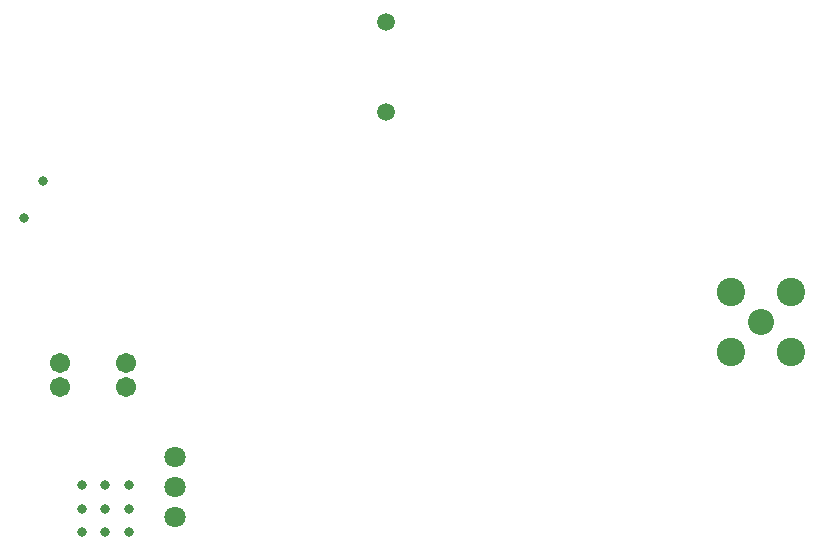
<source format=gbs>
G04*
G04 #@! TF.GenerationSoftware,Altium Limited,Altium Designer,21.9.2 (33)*
G04*
G04 Layer_Color=16711935*
%FSLAX25Y25*%
%MOIN*%
G70*
G04*
G04 #@! TF.SameCoordinates,2BD51A12-542F-4E7F-AF7E-1702C203C590*
G04*
G04*
G04 #@! TF.FilePolarity,Negative*
G04*
G01*
G75*
%ADD92C,0.05918*%
%ADD93C,0.06706*%
%ADD94C,0.09461*%
%ADD95C,0.08674*%
%ADD96C,0.07099*%
%ADD97C,0.03162*%
D92*
X132806Y256661D02*
D03*
Y226739D02*
D03*
D93*
X46200Y134963D02*
D03*
Y142837D02*
D03*
X24300Y134963D02*
D03*
Y142837D02*
D03*
D94*
X268000Y166800D02*
D03*
X248000D02*
D03*
X268000Y146800D02*
D03*
X248000D02*
D03*
D95*
X258000Y156800D02*
D03*
D96*
X62700Y111500D02*
D03*
Y101500D02*
D03*
Y91500D02*
D03*
D97*
X12387Y191300D02*
D03*
X18504Y203500D02*
D03*
X47244Y86614D02*
D03*
X39370D02*
D03*
X31496D02*
D03*
X47244Y94488D02*
D03*
X31496D02*
D03*
X39370D02*
D03*
X47244Y102362D02*
D03*
X39370D02*
D03*
X31496D02*
D03*
M02*

</source>
